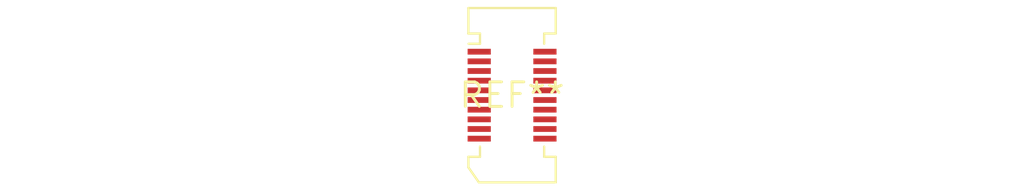
<source format=kicad_pcb>
(kicad_pcb (version 20240108) (generator pcbnew)
  (layers (0 "F.Cu" signal) (31 "B.Cu" signal) (34 "B.Paste" user) (35 "F.Paste" user) (36 "B.SilkS" user "B.Silkscreen") (37 "F.SilkS" user "F.Silkscreen") (38 "B.Mask" user) (39 "F.Mask" user) (44 "Edge.Cuts" user))
  (net 0 "")
  (footprint "Molex_SlimStack_53748-0208_2x10_P0.50mm_Vertical" (layer "F.Cu") (at 0 0)
    (property "Reference" "REF**")
    (property "Value" "Molex_SlimStack_53748-0208_2x10_P0.50mm_Vertical")
    (fp_line (start -2.26 -4.51) (end -2.26 -3.19) (layer "F.SilkS") (stroke (width 0.12)))
    (fp_line (start -2.26 -3.19) (end -2.26 -3.19) (layer "F.SilkS") (stroke (width 0.12)))
    (fp_line (start -2.26 -3.19) (end -1.66 -3.19) (layer "F.SilkS") (stroke (width 0.12)))
    (fp_line (start -2.26 3.19) (end -1.66 3.19) (layer "F.SilkS") (stroke (width 0.12)))
    (fp_line (start -2.26 3.734683) (end -2.26 3.19) (layer "F.SilkS") (stroke (width 0.12)))
    (fp_line (start -1.717262 4.51) (end -2.26 3.734683) (layer "F.SilkS") (stroke (width 0.12)))
    (fp_line (start -1.66 -3.19) (end -1.66 -2.66) (layer "F.SilkS") (stroke (width 0.12)))
    (fp_line (start -1.66 -2.66) (end -2.25 -2.66) (layer "F.SilkS") (stroke (width 0.12)))
    (fp_line (start -1.66 3.19) (end -1.66 2.66) (layer "F.SilkS") (stroke (width 0.12)))
    (fp_line (start 1.66 -3.19) (end 2.26 -3.19) (layer "F.SilkS") (stroke (width 0.12)))
    (fp_line (start 1.66 -2.66) (end 1.66 -3.19) (layer "F.SilkS") (stroke (width 0.12)))
    (fp_line (start 1.66 2.66) (end 1.66 3.19) (layer "F.SilkS") (stroke (width 0.12)))
    (fp_line (start 1.66 3.19) (end 2.26 3.19) (layer "F.SilkS") (stroke (width 0.12)))
    (fp_line (start 2.26 -4.51) (end -2.26 -4.51) (layer "F.SilkS") (stroke (width 0.12)))
    (fp_line (start 2.26 -3.19) (end 2.26 -4.51) (layer "F.SilkS") (stroke (width 0.12)))
    (fp_line (start 2.26 3.19) (end 2.26 4.51) (layer "F.SilkS") (stroke (width 0.12)))
    (fp_line (start 2.26 4.51) (end -1.717262 4.51) (layer "F.SilkS") (stroke (width 0.12)))
    (pad "1" smd rect (at -1.7 -2.25) (size 1.2 0.3) (layers "F.Cu" "F.Paste" "F.Mask"))
    (pad "2" smd rect (at 1.7 -2.25) (size 1.2 0.3) (layers "F.Cu" "F.Paste" "F.Mask"))
    (pad "3" smd rect (at -1.7 -1.75) (size 1.2 0.3) (layers "F.Cu" "F.Paste" "F.Mask"))
    (pad "4" smd rect (at 1.7 -1.75) (size 1.2 0.3) (layers "F.Cu" "F.Paste" "F.Mask"))
    (pad "5" smd rect (at -1.7 -1.25) (size 1.2 0.3) (layers "F.Cu" "F.Paste" "F.Mask"))
    (pad "6" smd rect (at 1.7 -1.25) (size 1.2 0.3) (layers "F.Cu" "F.Paste" "F.Mask"))
    (pad "7" smd rect (at -1.7 -0.75) (size 1.2 0.3) (layers "F.Cu" "F.Paste" "F.Mask"))
    (pad "8" smd rect (at 1.7 -0.75) (size 1.2 0.3) (layers "F.Cu" "F.Paste" "F.Mask"))
    (pad "9" smd rect (at -1.7 -0.25) (size 1.2 0.3) (layers "F.Cu" "F.Paste" "F.Mask"))
    (pad "10" smd rect (at 1.7 -0.25) (size 1.2 0.3) (layers "F.Cu" "F.Paste" "F.Mask"))
    (pad "11" smd rect (at -1.7 0.25) (size 1.2 0.3) (layers "F.Cu" "F.Paste" "F.Mask"))
    (pad "12" smd rect (at 1.7 0.25) (size 1.2 0.3) (layers "F.Cu" "F.Paste" "F.Mask"))
    (pad "13" smd rect (at -1.7 0.75) (size 1.2 0.3) (layers "F.Cu" "F.Paste" "F.Mask"))
    (pad "14" smd rect (at 1.7 0.75) (size 1.2 0.3) (layers "F.Cu" "F.Paste" "F.Mask"))
    (pad "15" smd rect (at -1.7 1.25) (size 1.2 0.3) (layers "F.Cu" "F.Paste" "F.Mask"))
    (pad "16" smd rect (at 1.7 1.25) (size 1.2 0.3) (layers "F.Cu" "F.Paste" "F.Mask"))
    (pad "17" smd rect (at -1.7 1.75) (size 1.2 0.3) (layers "F.Cu" "F.Paste" "F.Mask"))
    (pad "18" smd rect (at 1.7 1.75) (size 1.2 0.3) (layers "F.Cu" "F.Paste" "F.Mask"))
    (pad "19" smd rect (at -1.7 2.25) (size 1.2 0.3) (layers "F.Cu" "F.Paste" "F.Mask"))
    (pad "20" smd rect (at 1.7 2.25) (size 1.2 0.3) (layers "F.Cu" "F.Paste" "F.Mask"))
  )
)
</source>
